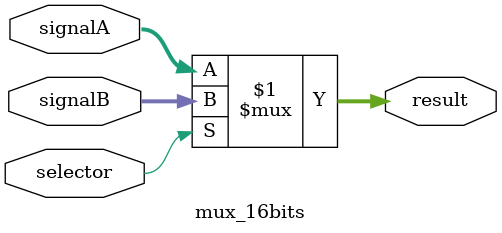
<source format=sv>
module mux_16bits #(parameter N=16)
(
	input [N-1:0] signalA, signalB,
	input selector,
	output [N-1:0] result
);

assign result = selector ? signalB : signalA;

endmodule 
</source>
